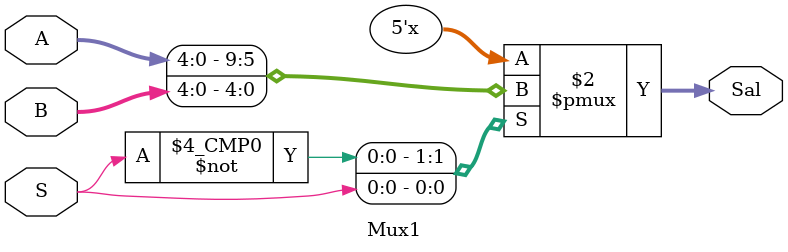
<source format=v>
`timescale 1ns/1ns

module Mux1 (
		input [4:0]A,
		input [4:0]B,
		input S,
		output reg[4:0]Sal
);



always @*
begin
	case (S)
		1'b0:
		begin
			Sal = A;
		end
		1'b1:
		begin
			Sal = B;
		end
	endcase
end

endmodule

</source>
